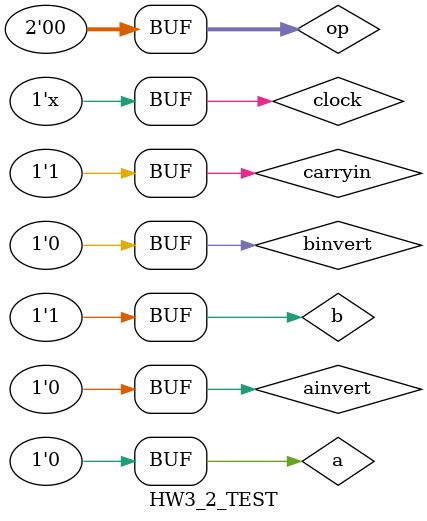
<source format=v>
`timescale 1ns / 1ps


module HW3_2_TEST();
reg clock;
reg a;
reg b;
reg ainvert;
reg binvert;
reg carryin;
reg [1:0]op;
wire result,set;
HW3_2 UUT(clock,a,b,ainvert,binvert,result,carryin,op,set);
initial begin
#0 clock=0;ainvert=0;binvert=0;op=0;a=0;b=1;carryin=0;
#10 ainvert=~ainvert;
#20 binvert=~binvert;
#25 ainvert=~ainvert;
#30 binvert=~binvert;op=1;
#40 op=2;
#50 op=3;
#60 carryin=1;
#70 op=4;

end
always #2 clock=~clock;
endmodule

</source>
